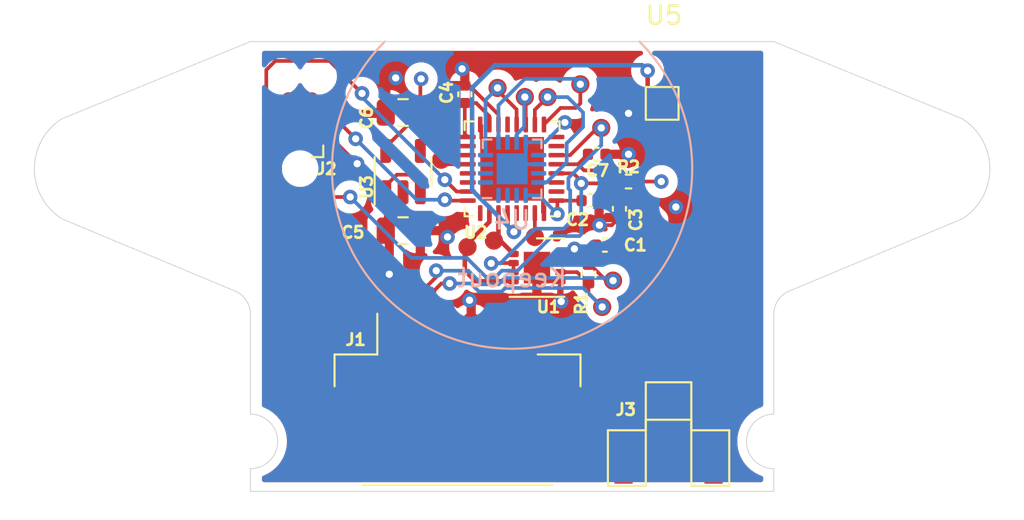
<source format=kicad_pcb>
(kicad_pcb (version 20211014) (generator pcbnew)
  (layers (0 "F.Cu" signal) (1 "In1.Cu" signal) (2 "In2.Cu" signal) (31 "B.Cu" signal) (34 "B.Paste" user) (35 "F.Paste" user) (36 "B.SilkS" user "B.Silkscreen") (37 "F.SilkS" user "F.Silkscreen") (38 "B.Mask" user) (39 "F.Mask" user) (44 "Edge.Cuts" user))
  (net 0 "")
  (net 1 "+5V")
  (net 2 "GNDD")
  (net 3 "+3V3")
  (net 4 "/USART2_RX")
  (net 5 "/USART2_DE")
  (net 6 "/USART2_TX")
  (net 7 "/~{RESET}")
  (net 8 "/RS485_N")
  (net 9 "/RS485_P")
  (net 10 "/BOOT0")
  (net 11 "/USB_DN")
  (net 12 "/USART1_TX")
  (net 13 "/USART1_RX")
  (net 14 "/SPI1_NSS")
  (net 15 "/SPI1_SCK")
  (net 16 "/SPI1_MISO")
  (net 19 "/SPI1_MOSI")
  (net 25 "/SWDIO")
  (net 26 "/SWCLK")
  (net 27 "/USB_DP")
  (net 29 "/I2S3_SD")
  (net 42 "/TEMP")
  (footprint "ODrive_KiCad:TestPoint_Pad_D1.0mm" (layer "F.Cu") (at 123.25 71.75)
    (fp_text reference "TP1" hide)
    (fp_text value "TestPoint")
    (pad "1" smd circle (at 0 0) (size 1 1) (layers "F.Cu" "F.Mask") (net 10 "/BOOT0"))
  )
  (footprint "Resistor_SMD:R_0402_1005Metric" (layer "F.Cu") (at 128.4 68.7 180)
    (fp_text reference "R2" (at 0 0.8 unlocked) (layer "F.SilkS") (effects (font (size 0.635 0.635) (thickness 0.1524))))
    (fp_text value "4.7k")
    (fp_line (start -0.153641 -0.38) (end 0.153641 -0.38) (layer "F.SilkS") (width 0.12))
    (fp_line (start -0.153641 0.38) (end 0.153641 0.38) (layer "F.SilkS") (width 0.12))
    (pad "1" smd roundrect (at -0.51 0 180) (size 0.54 0.64) (layers "F.Cu" "F.Paste" "F.Mask") (net 3 "+3V3"))
    (pad "2" smd roundrect (at 0.51 0 180) (size 0.54 0.64) (layers "F.Cu" "F.Paste" "F.Mask") (net 42 "/TEMP"))
  )
  (footprint "Capacitor_SMD:C_0402_1005Metric" (layer "F.Cu") (at 127.9 70.2 -90)
    (fp_text reference "C3" (at 0.6 -0.9 90 unlocked) (layer "F.SilkS") (effects (font (size 0.635 0.635) (thickness 0.1524))))
    (fp_text value "100nF")
    (fp_line (start -0.107836 -0.36) (end 0.107836 -0.36) (layer "F.SilkS") (width 0.12))
    (fp_line (start -0.107836 0.36) (end 0.107836 0.36) (layer "F.SilkS") (width 0.12))
    (pad "1" smd roundrect (at -0.48 0 270) (size 0.56 0.62) (layers "F.Cu" "F.Paste" "F.Mask") (net 7 "/~{RESET}"))
    (pad "2" smd roundrect (at 0.48 0 270) (size 0.56 0.62) (layers "F.Cu" "F.Paste" "F.Mask") (net 2 "GNDD"))
  )
  (footprint "Package_CSP:LFCSP-8-1EP_3x3mm_P0.5mm_EP1.45x1.74mm" (layer "F.Cu") (at 123.365 73.435)
    (fp_text reference "U1" (at 0.635 2.165 unlocked) (layer "F.SilkS") (effects (font (size 0.635 0.635) (thickness 0.1524))))
    (fp_text value "ADM4852")
    (fp_line (start 0 -1.61) (end 1.5 -1.61) (layer "F.SilkS") (width 0.12))
    (fp_line (start -1.5 1.61) (end 1.5 1.61) (layer "F.SilkS") (width 0.12))
    (pad "1" smd roundrect (at -1.2875 -0.75) (size 0.575 0.35) (layers "F.Cu" "F.Paste" "F.Mask") (net 4 "/USART2_RX"))
    (pad "2" smd roundrect (at -1.2875 -0.25) (size 0.575 0.35) (layers "F.Cu" "F.Paste" "F.Mask") (net 5 "/USART2_DE"))
    (pad "3" smd roundrect (at -1.2875 0.25) (size 0.575 0.35) (layers "F.Cu" "F.Paste" "F.Mask") (net 5 "/USART2_DE"))
    (pad "4" smd roundrect (at -1.2875 0.75) (size 0.575 0.35) (layers "F.Cu" "F.Paste" "F.Mask") (net 6 "/USART2_TX"))
    (pad "5" smd roundrect (at 1.2875 0.75) (size 0.575 0.35) (layers "F.Cu" "F.Paste" "F.Mask") (net 2 "GNDD"))
    (pad "6" smd roundrect (at 1.2875 0.25) (size 0.575 0.35) (layers "F.Cu" "F.Paste" "F.Mask") (net 9 "/RS485_P"))
    (pad "7" smd roundrect (at 1.2875 -0.25) (size 0.575 0.35) (layers "F.Cu" "F.Paste" "F.Mask") (net 8 "/RS485_N"))
    (pad "8" smd roundrect (at 1.2875 -0.75) (size 0.575 0.35) (layers "F.Cu" "F.Paste" "F.Mask") (net 1 "+5V"))
    (pad "PAD" smd rect (at 0 0) (size 1.45 1.74) (layers "F.Cu" "F.Mask") (net 2 "GNDD"))
  )
  (footprint "ODrive_KiCad:TestPoint_Pad_D1.0mm" (layer "F.Cu") (at 121 71.95)
    (fp_text reference "TP6" hide)
    (fp_text value "TestPoint")
    (pad "1" smd circle (at 0 0) (size 1 1) (layers "F.Cu" "F.Mask") (net 4 "/USART2_RX"))
  )
  (footprint "ODrive_KiCad:TestPoint_Pad_D1.0mm" (layer "F.Cu") (at 127.55 74.15)
    (fp_text reference "TP11" hide)
    (fp_text value "TestPoint")
    (pad "1" smd circle (at 0 0) (size 1 1) (layers "F.Cu" "F.Mask") (net 8 "/RS485_N"))
  )
  (footprint "ODrive_KiCad:TestPoint_Pad_D1.0mm" (layer "F.Cu") (at 122.7 64.05)
    (fp_text reference "TP9" hide)
    (fp_text value "TestPoint")
    (pad "1" smd circle (at 0 0) (size 1 1) (layers "F.Cu" "F.Mask") (net 16 "/SPI1_MISO"))
  )
  (footprint "Capacitor_SMD:C_0805_2012Metric" (layer "F.Cu") (at 116.0056 71.4024)
    (fp_text reference "C5" (at -2.7556 0.0976 unlocked) (layer "F.SilkS") (effects (font (size 0.635 0.635) (thickness 0.1524))))
    (fp_text value "22uF")
    (fp_line (start -0.261252 0.735) (end 0.261252 0.735) (layer "F.SilkS") (width 0.12))
    (fp_line (start -0.261252 -0.735) (end 0.261252 -0.735) (layer "F.SilkS") (width 0.12))
    (pad "1" smd roundrect (at -0.95 0) (size 1 1.45) (layers "F.Cu" "F.Paste" "F.Mask") (net 1 "+5V"))
    (pad "2" smd roundrect (at 0.95 0) (size 1 1.45) (layers "F.Cu" "F.Paste" "F.Mask") (net 2 "GNDD"))
  )
  (footprint "MountingHole:MountingHole_3mm" (layer "F.Cu") (at 99 68)
    (fp_text reference "H1" hide)
    (fp_text value "MountingHole")
    (pad "" np_thru_hole circle (at 0 0) (size 3 3) (drill 3) (layers *.Cu *.Mask))
  )
  (footprint "ODrive_KiCad:JST_GH_SM02B" (layer "F.Cu") (at 130.6 80.775)
    (fp_text reference "J3" (at -2.35 0.475 unlocked) (layer "F.SilkS") (effects (font (size 0.635 0.635) (thickness 0.1524))))
    (fp_text value "Thermistor")
    (fp_line (start 1.25 4.67) (end 3.335 4.67) (layer "F.SilkS") (width 0.12))
    (fp_line (start -1.25 4.67) (end -3.335 4.67) (layer "F.SilkS") (width 0.12))
    (fp_line (start -1.25 1.03) (end -1.25 4.67) (layer "F.SilkS") (width 0.12))
    (fp_line (start 3.335 1.61) (end 1.25 1.61) (layer "F.SilkS") (width 0.12))
    (fp_line (start 1.25 1.03) (end 1.25 4.67) (layer "F.SilkS") (width 0.12))
    (fp_line (start -1.25 1.03) (end 1.25 1.03) (layer "F.SilkS") (width 0.12))
    (fp_line (start -3.335 4.67) (end -3.335 1.61) (layer "F.SilkS") (width 0.12))
    (fp_line (start -1.25 1.61) (end -1.25 -1.03) (layer "F.SilkS") (width 0.12))
    (fp_line (start 1.25 1.61) (end 1.25 -1.03) (layer "F.SilkS") (width 0.12))
    (fp_line (start 3.335 4.67) (end 3.335 1.61) (layer "F.SilkS") (width 0.12))
    (fp_line (start -3.335 1.61) (end -1.25 1.61) (layer "F.SilkS") (width 0.12))
    (fp_line (start -1.25 -1.03) (end 1.25 -1.03) (layer "F.SilkS") (width 0.12))
    (pad "1" smd rect (at -0.625 0) (size 0.6 1.7) (layers "F.Cu" "F.Paste" "F.Mask") (net 42 "/TEMP"))
    (pad "2" smd rect (at 0.625 0) (size 0.6 1.7) (layers "F.Cu" "F.Paste" "F.Mask") (net 2 "GNDD"))
    (pad "SH" smd rect (at 2.475 3.2) (size 1 2.7) (layers "F.Cu" "F.Paste" "F.Mask") (net 2 "GNDD"))
    (pad "SH" smd rect (at -2.475 3.2) (size 1 2.7) (layers "F.Cu" "F.Paste" "F.Mask") (net 2 "GNDD"))
  )
  (footprint "ODrive_KiCad:TestPoint_Pad_D1.0mm" (layer "F.Cu") (at 121.2 63.55)
    (fp_text reference "TP10" hide)
    (fp_text value "TestPoint")
    (pad "1" smd circle (at 0 0) (size 1 1) (layers "F.Cu" "F.Mask") (net 19 "/SPI1_MOSI"))
  )
  (footprint "Capacitor_SMD:C_0805_2012Metric" (layer "F.Cu") (at 116.0056 64.9024 180)
    (fp_text reference "C6" (at 2.0056 -0.2976 90 unlocked) (layer "F.SilkS") (effects (font (size 0.635 0.635) (thickness 0.1524))))
    (fp_text value "22uF")
    (fp_line (start -0.261252 0.735) (end 0.261252 0.735) (layer "F.SilkS") (width 0.12))
    (fp_line (start -0.261252 -0.735) (end 0.261252 -0.735) (layer "F.SilkS") (width 0.12))
    (pad "1" smd roundrect (at -0.95 0 180) (size 1 1.45) (layers "F.Cu" "F.Paste" "F.Mask") (net 3 "+3V3"))
    (pad "2" smd roundrect (at 0.95 0 180) (size 1 1.45) (layers "F.Cu" "F.Paste" "F.Mask") (net 2 "GNDD"))
  )
  (footprint "Capacitor_SMD:C_0402_1005Metric" (layer "F.Cu") (at 119.4 63.9 -90)
    (fp_text reference "C4" (at -0.1 1 90 unlocked) (layer "F.SilkS") (effects (font (size 0.635 0.635) (thickness 0.1524))))
    (fp_text value "100nF")
    (fp_line (start -0.107836 -0.36) (end 0.107836 -0.36) (layer "F.SilkS") (width 0.12))
    (fp_line (start -0.107836 0.36) (end 0.107836 0.36) (layer "F.SilkS") (width 0.12))
    (pad "1" smd roundrect (at -0.48 0 270) (size 0.56 0.62) (layers "F.Cu" "F.Paste" "F.Mask") (net 2 "GNDD"))
    (pad "2" smd roundrect (at 0.48 0 270) (size 0.56 0.62) (layers "F.Cu" "F.Paste" "F.Mask") (net 3 "+3V3"))
  )
  (footprint "Package_TO_SOT_SMD:SOT-23-5" (layer "F.Cu") (at 116.0056 68.1524 90)
    (fp_text reference "U3" (at -0.8476 -2.0056 90 unlocked) (layer "F.SilkS") (effects (font (size 0.635 0.635) (thickness 0.1524))))
    (fp_text value "LP5907MFX-3.3")
    (fp_line (start 0 -1.56) (end -1.8 -1.56) (layer "F.SilkS") (width 0.12))
    (fp_line (start 0 1.56) (end -0.8 1.56) (layer "F.SilkS") (width 0.12))
    (fp_line (start 0 -1.56) (end 0.8 -1.56) (layer "F.SilkS") (width 0.12))
    (fp_line (start 0 1.56) (end 0.8 1.56) (layer "F.SilkS") (width 0.12))
    (pad "1" smd roundrect (at -1.1375 -0.95 90) (size 1.325 0.6) (layers "F.Cu" "F.Paste" "F.Mask") (net 1 "+5V"))
    (pad "2" smd roundrect (at -1.1375 0 90) (size 1.325 0.6) (layers "F.Cu" "F.Paste" "F.Mask") (net 2 "GNDD"))
    (pad "3" smd roundrect (at -1.1375 0.95 90) (size 1.325 0.6) (layers "F.Cu" "F.Paste" "F.Mask") (net 1 "+5V"))
    (pad "4" smd roundrect (at 1.1375 0.95 90) (size 1.325 0.6) (layers "F.Cu" "F.Paste" "F.Mask"))
    (pad "5" smd roundrect (at 1.1375 -0.95 90) (size 1.325 0.6) (layers "F.Cu" "F.Paste" "F.Mask") (net 3 "+3V3"))
  )
  (footprint "ODrive_KiCad:TestPoint_Pad_D1.0mm" (layer "F.Cu") (at 125.75 63.35)
    (fp_text reference "TP7" hide)
    (fp_text value "TestPoint")
    (pad "1" smd circle (at 0 0) (size 1 1) (layers "F.Cu" "F.Mask") (net 14 "/SPI1_NSS"))
  )
  (footprint "Resistor_SMD:R_0402_1005Metric" (layer "F.Cu") (at 126.2 73.8 90)
    (fp_text reference "R1" (at -1.6 -0.4 90 unlocked) (layer "F.SilkS") (effects (font (size 0.635 0.635) (thickness 0.1524))))
    (fp_text value "120")
    (fp_line (start -0.153641 -0.38) (end 0.153641 -0.38) (layer "F.SilkS") (width 0.12))
    (fp_line (start -0.153641 0.38) (end 0.153641 0.38) (layer "F.SilkS") (width 0.12))
    (pad "1" smd roundrect (at -0.51 0 90) (size 0.54 0.64) (layers "F.Cu" "F.Paste" "F.Mask") (net 9 "/RS485_P"))
    (pad "2" smd roundrect (at 0.51 0 90) (size 0.54 0.64) (layers "F.Cu" "F.Paste" "F.Mask") (net 8 "/RS485_N"))
  )
  (footprint "Connector:Tag-Connect_TC2030-IDC-NL_2x03_P1.27mm_Vertical" (layer "F.Cu") (at 110.35 65.45 90)
    (fp_text reference "J2" (at -2.55 1.45 unlocked) (layer "F.SilkS") (effects (font (size 0.635 0.635) (thickness 0.1524))))
    (fp_text value "Debug")
    (fp_line (start -1.905 1.27) (end -1.905 0.635) (layer "F.SilkS") (width 0.12))
    (fp_line (start -1.27 1.27) (end -1.905 1.27) (layer "F.SilkS") (width 0.12))
    (pad "" np_thru_hole circle (at 2.54 1.016 90) (size 0.9906 0.9906) (drill 0.9906) (layers *.Cu *.Mask))
    (pad "" np_thru_hole circle (at -2.54 0 90) (size 0.9906 0.9906) (drill 0.9906) (layers *.Cu *.Mask))
    (pad "" np_thru_hole circle (at 2.54 -1.016 90) (size 0.9906 0.9906) (drill 0.9906) (layers *.Cu *.Mask))
    (pad "1" connect circle (at -1.27 0.635 90) (size 0.7874 0.7874) (layers "F.Cu" "F.Mask") (net 1 "+5V"))
    (pad "2" connect circle (at -1.27 -0.635 90) (size 0.7874 0.7874) (layers "F.Cu" "F.Mask") (net 7 "/~{RESET}"))
    (pad "3" connect circle (at 0 0.635 90) (size 0.7874 0.7874) (layers "F.Cu" "F.Mask") (net 26 "/SWCLK"))
    (pad "4" connect circle (at 0 -0.635 90) (size 0.7874 0.7874) (layers "F.Cu" "F.Mask") (net 25 "/SWDIO"))
    (pad "5" connect circle (at 1.27 0.635 90) (size 0.7874 0.7874) (layers "F.Cu" "F.Mask") (net 2 "GNDD"))
    (pad "6" connect circle (at 1.27 -0.635 90) (size 0.7874 0.7874) (layers "F.Cu" "F.Mask") (net 2 "GNDD"))
    (zone (net 0) (net_name "") (layer "F.Cu") (connect_pads (clearance 0)) (min_thickness 0.254)
      (keepout (tracks allowed) (vias not_allowed) (pads allowed) (copperpour not_allowed) (footprints not_allowed))
      (fill (thermal_gap 0.508) (thermal_bridge_width 0.508))
      (polygon (pts (xy 109.715 64.18) (xy 109.715 66.72) (xy 110.985 66.72) (xy 110.985 64.18)))
    )
  )
  (footprint "ODrive_KiCad:TestPoint_Pad_D1.0mm" (layer "F.Cu") (at 119.55 72.3)
    (fp_text reference "TP5" hide)
    (fp_text value "TestPoint")
    (pad "1" smd circle (at 0 0) (size 1 1) (layers "F.Cu" "F.Mask") (net 6 "/USART2_TX"))
  )
  (footprint "Capacitor_SMD:C_0402_1005Metric" (layer "F.Cu") (at 126.3 69.75 180)
    (fp_text reference "C2" (at 0.7 -1.05 unlocked) (layer "F.SilkS") (effects (font (size 0.635 0.635) (thickness 0.1524))))
    (fp_text value "100nF")
    (fp_line (start -0.107836 0.36) (end 0.107836 0.36) (layer "F.SilkS") (width 0.12))
    (fp_line (start -0.107836 -0.36) (end 0.107836 -0.36) (layer "F.SilkS") (width 0.12))
    (pad "1" smd roundrect (at -0.48 0 180) (size 0.56 0.62) (layers "F.Cu" "F.Paste" "F.Mask") (net 2 "GNDD"))
    (pad "2" smd roundrect (at 0.48 0 180) (size 0.56 0.62) (layers "F.Cu" "F.Paste" "F.Mask") (net 3 "+3V3"))
  )
  (footprint "Connector_Molex:Molex_CLIK-Mate_502585-0670_1x06-1MP_P1.50mm_Horizontal" (layer "F.Cu") (at 119 80)
    (fp_text reference "J1" (at -5.6 -2.6 unlocked) (layer "F.SilkS") (effects (font (size 0.635 0.635) (thickness 0.1524))))
    (fp_text value "Main")
    (fp_line (start -5.19 5.385) (end 5.19 5.385) (layer "F.SilkS") (width 0.12))
    (fp_line (start 6.76 -0.035) (end 6.76 -1.785) (layer "F.SilkS") (width 0.12))
    (fp_line (start -6.76 -0.035) (end -6.76 -1.785) (layer "F.SilkS") (width 0.12))
    (fp_line (start 6.76 -1.785) (end 4.41 -1.785) (layer "F.SilkS") (width 0.12))
    (fp_line (start -4.41 -1.785) (end -4.41 -4.025) (layer "F.SilkS") (width 0.12))
    (fp_line (start -6.76 -1.785) (end -4.41 -1.785) (layer "F.SilkS") (width 0.12))
    (pad "1" smd roundrect (at -3.75 -2.575) (size 0.8 2.9) (layers "F.Cu" "F.Paste" "F.Mask") (net 1 "+5V"))
    (pad "2" smd roundrect (at -2.25 -2.575) (size 0.8 2.9) (layers "F.Cu" "F.Paste" "F.Mask") (net 8 "/RS485_N"))
    (pad "3" smd roundrect (at -0.75 -2.575) (size 0.8 2.9) (layers "F.Cu" "F.Paste" "F.Mask") (net 9 "/RS485_P"))
    (pad "4" smd roundrect (at 0.75 -2.575) (size 0.8 2.9) (layers "F.Cu" "F.Paste" "F.Mask") (net 2 "GNDD"))
    (pad "5" smd roundrect (at 2.25 -2.575) (size 0.8 2.9) (layers "F.Cu" "F.Paste" "F.Mask"))
    (pad "6" smd roundrect (at 3.75 -2.575) (size 0.8 2.9) (layers "F.Cu" "F.Paste" "F.Mask"))
    (pad "SH" smd roundrect (at -6.35 2.125) (size 1.8 3.8) (layers "F.Cu" "F.Paste" "F.Mask") (roundrect_rratio 0.138889) (net 2 "GNDD"))
    (pad "SH" smd roundrect (at 6.35 2.125) (size 1.8 3.8) (layers "F.Cu" "F.Paste" "F.Mask") (roundrect_rratio 0.138889) (net 2 "GNDD"))
  )
  (footprint "ODrive_KiCad:TestPoint_Pad_D1.0mm" (layer "F.Cu") (at 118.1 67.5)
    (fp_text reference "TP3" hide)
    (fp_text value "TestPoint")
    (pad "1" smd circle (at 0 0) (size 1 1) (layers "F.Cu" "F.Mask") (net 13 "/USART1_RX"))
  )
  (footprint "ODrive_KiCad:TestPoint_Pad_D1.0mm" (layer "F.Cu") (at 118.25 66.1)
    (fp_text reference "TP2" hide)
    (fp_text value "TestPoint")
    (pad "1" smd circle (at 0 0) (size 1 1) (layers "F.Cu" "F.Mask") (net 12 "/USART1_TX"))
  )
  (footprint "Capacitor_SMD:C_0402_1005Metric" (layer "F.Cu") (at 126.65 67.2)
    (fp_text reference "C7" (at 0.05 0.9 unlocked) (layer "F.SilkS") (effects (font (size 0.635 0.635) (thickness 0.1524))))
    (fp_text value "2.2uF")
    (fp_line (start -0.107836 0.36) (end 0.107836 0.36) (layer "F.SilkS") (width 0.12))
    (fp_line (start -0.107836 -0.36) (end 0.107836 -0.36) (layer "F.SilkS") (width 0.12))
    (pad "1" smd roundrect (at -0.48 0) (size 0.56 0.62) (layers "F.Cu" "F.Paste" "F.Mask") (net 42 "/TEMP"))
    (pad "2" smd roundrect (at 0.48 0) (size 0.56 0.62) (layers "F.Cu" "F.Paste" "F.Mask") (net 2 "GNDD"))
  )
  (footprint "ODrive_KiCad:TestPoint_Pad_D1.0mm" (layer "F.Cu") (at 126.95 75.6)
    (fp_text reference "TP12" hide)
    (fp_text value "TestPoint")
    (pad "1" smd circle (at 0 0) (size 1 1) (layers "F.Cu" "F.Mask") (net 9 "/RS485_P"))
  )
  (footprint "Capacitor_SMD:C_0402_1005Metric" (layer "F.Cu") (at 127.1 72.2 180)
    (fp_text reference "C1" (at -1.675 0 unlocked) (layer "F.SilkS") (effects (font (size 0.635 0.635) (thickness 0.1524))))
    (fp_text value "100nF")
    (fp_line (start -0.107836 0.36) (end 0.107836 0.36) (layer "F.SilkS") (width 0.12))
    (fp_line (start -0.107836 -0.36) (end 0.107836 -0.36) (layer "F.SilkS") (width 0.12))
    (pad "1" smd roundrect (at -0.48 0 180) (size 0.56 0.62) (layers "F.Cu" "F.Paste" "F.Mask") (net 2 "GNDD"))
    (pad "2" smd roundrect (at 0.48 0 180) (size 0.56 0.62) (layers "F.Cu" "F.Paste" "F.Mask") (net 1 "+5V"))
  )
  (footprint "ODrive_KiCad:TestPoint_Pad_D1.0mm" (layer "F.Cu") (at 123.95 64.05)
    (fp_text reference "TP8" hide)
    (fp_text value "TestPoint")
    (pad "1" smd circle (at 0 0) (size 1 1) (layers "F.Cu" "F.Mask") (net 15 "/SPI1_SCK"))
  )
  (footprint "ODrive_KiCad:TestPoint_Pad_D1.0mm" (layer "F.Cu") (at 126.9 65.75)
    (fp_text reference "TP4" hide)
    (fp_text value "TestPoint")
    (pad "1" smd circle (at 0 0) (size 1 1) (layers "F.Cu" "F.Mask") (net 5 "/USART2_DE"))
  )
  (footprint "ODrive_KiCad:LTST" (layer "F.Cu") (at 130.25 64.4)
    (fp_text reference "U5" (at 0.1 -4.84 unlocked) (layer "F.SilkS"))
    (fp_text value "LTST-E263CEGBK")
    (fp_rect (start -0.9 -0.9) (end 0.9 0.9) (layer "F.SilkS") (width 0.12) (fill none))
    (pad "1" smd rect (at -0.52 0.52) (size 0.6 0.6) (layers "F.Cu" "F.Paste" "F.Mask") (net 1 "+5V"))
    (pad "2" smd rect (at -0.52 -0.52) (size 0.6 0.6) (layers "F.Cu" "F.Paste" "F.Mask") (net 29 "/I2S3_SD"))
    (pad "3" smd rect (at 0.52 -0.52) (size 0.6 0.6) (layers "F.Cu" "F.Paste" "F.Mask"))
    (pad "4" smd rect (at 0.52 0.52) (size 0.6 0.6) (layers "F.Cu" "F.Paste" "F.Mask") (net 2 "GNDD"))
  )
  (footprint "MountingHole:MountingHole_3mm" (layer "F.Cu") (at 145 68)
    (fp_text reference "H2" hide)
    (fp_text value "MountingHole")
    (pad "" np_thru_hole circle (at 0 0) (size 3 3) (drill 3) (layers *.Cu *.Mask))
  )
  (footprint "Package_DFN_QFN:UFQFPN-32-1EP_5x5mm_P0.5mm_EP3.5x3.5mm" (layer "F.Cu") (at 122 68 180)
    (fp_text reference "U2" (at 2 -3.5 unlocked) (layer "F.SilkS") (effects (font (size 0.635 0.635) (thickness 0.1524))))
    (fp_text value "STM32G4A1KEU4")
    (fp_line (start 2.135 2.61) (end 2.61 2.61) (layer "F.SilkS") (width 0.12))
    (fp_line (start 2.135 -2.61) (end 2.61 -2.61) (layer "F.SilkS") (width 0.12))
    (fp_line (start -2.61 2.61) (end -2.61 2.135) (layer "F.SilkS") (width 0.12))
    (fp_line (start 2.61 -2.61) (end 2.61 -2.135) (layer "F.SilkS") (width 0.12))
    (fp_line (start -2.135 -2.61) (end -2.61 -2.61) (layer "F.SilkS") (width 0.12))
    (fp_line (start -2.135 2.61) (end -2.61 2.61) (layer "F.SilkS") (width 0.12))
    (fp_line (start 2.61 2.61) (end 2.61 2.135) (layer "F.SilkS") (width 0.12))
    (pad "1" smd roundrect (at -2.4375 -1.75 180) (size 0.875 0.25) (layers "F.Cu" "F.Paste" "F.Mask") (net 3 "+3V3"))
    (pad "2" smd roundrect (at -2.4375 -1.25 180) (size 0.875 0.25) (layers "F.Cu" "F.Paste" "F.Mask"))
    (pad "3" smd roundrect (at -2.4375 -0.75 180) (size 0.875 0.25) (layers "F.Cu" "F.Paste" "F.Mask"))
    (pad "4" smd roundrect (at -2.4375 -0.25 180) (size 0.875 0.25) (layers "F.Cu" "F.Paste" "F.Mask") (net 7 "/~{RESET}"))
    (pad "5" smd roundrect (at -2.4375 0.25 180) (size 0.875 0.25) (layers "F.Cu" "F.Paste" "F.Mask") (net 42 "/TEMP"))
    (pad "6" smd roundrect (at -2.4375 0.75 180) (size 0.875 0.25) (layers "F.Cu" "F.Paste" "F.Mask") (net 5 "/USART2_DE"))
    (pad "7" smd roundrect (at -2.4375 1.25 180) (size 0.875 0.25) (layers "F.Cu" "F.Paste" "F.Mask"))
    (pad "8" smd roundrect (at -2.4375 1.75 180) (size 0.875 0.25) (layers "F.Cu" "F.Paste" "F.Mask"))
    (pad "9" smd roundrect (at -1.75 2.4375 180) (size 0.25 0.875) (layers "F.Cu" "F.Paste" "F.Mask") (net 14 "/SPI1_NSS"))
    (pad "10" smd roundrect (at -1.25 2.4375 180) (size 0.25 0.875) (layers "F.Cu" "F.Paste" "F.Mask") (net 15 "/SPI1_SCK"))
    (pad "11" smd roundrect (at -0.75 2.4375 180) (size 0.25 0.875) (layers "F.Cu" "F.Paste" "F.Mask") (net 16 "/SPI1_MISO"))
    (pad "12" smd roundrect (at -0.25 2.4375 180) (size 0.25 0.875) (layers "F.Cu" "F.Paste" "F.Mask") (net 19 "/SPI1_MOSI"))
    (pad "13" smd roundrect (at 0.25 2.4375 180) (size 0.25 0.875) (layers "F.Cu" "F.Paste" "F.Mask"))
    (pad "14" smd roundrect (at 0.75 2.4375 180) (size 0.25 0.875) (layers "F.Cu" "F.Paste" "F.Mask") (net 2 "GNDD"))
    (pad "15" smd roundrect (at 1.25 2.4375 180) (size 0.25 0.875) (layers "F.Cu" "F.Paste" "F.Mask") (net 3 "+3V3"))
    (pad "16" smd roundrect (at 1.75 2.4375 180) (size 0.25 0.875) (layers "F.Cu" "F.Paste" "F.Mask") (net 2 "GNDD"))
    (pad "17" smd roundrect (at 2.4375 1.75 180) (size 0.875 0.25) (layers "F.Cu" "F.Paste" "F.Mask") (net 3 "+3V3"))
    (pad "18" smd roundrect (at 2.4375 1.25 180) (size 0.875 0.25) (layers "F.Cu" "F.Paste" "F.Mask"))
    (pad "19" smd roundrect (at 2.4375 0.75 180) (size 0.875 0.25) (layers "F.Cu" "F.Paste" "F.Mask") (net 12 "/USART1_TX"))
    (pad "20" smd roundrect (at 2.4375 0.25 180) (size 0.875 0.25) (layers "F.Cu" "F.Paste" "F.Mask") (net 13 "/USART1_RX"))
    (pad "21" smd roundrect (at 2.4375 -0.25 180) (size 0.875 0.25) (layers "F.Cu" "F.Paste" "F.Mask") (net 11 "/USB_DN"))
    (pad "22" smd roundrect (at 2.4375 -0.75 180) (size 0.875 0.25) (layers "F.Cu" "F.Paste" "F.Mask") (net 27 "/USB_DP"))
    (pad "23" smd roundrect (at 2.4375 -1.25 180) (size 0.875 0.25) (layers "F.Cu" "F.Paste" "F.Mask") (net 25 "/SWDIO"))
    (pad "24" smd roundrect (at 2.4375 -1.75 180) (size 0.875 0.25) (layers "F.Cu" "F.Paste" "F.Mask") (net 26 "/SWCLK"))
    (pad "25" smd roundrect (at 1.75 -2.4375 180) (size 0.25 0.875) (layers "F.Cu" "F.Paste" "F.Mask"))
    (pad "26" smd roundrect (at 1.25 -2.4375 180) (size 0.25 0.875) (layers "F.Cu" "F.Paste" "F.Mask") (net 6 "/USART2_TX"))
    (pad "27" smd roundrect (at 0.75 -2.4375 180) (size 0.25 0.875) (layers "F.Cu" "F.Paste" "F.Mask") (net 4 "/USART2_RX"))
    (pad "28" smd roundrect (at 0.25 -2.4375 180) (size 0.25 0.875) (layers "F.Cu" "F.Paste" "F.Mask") (net 29 "/I2S3_SD"))
    (pad "29" smd roundrect (at -0.25 -2.4375 180) (size 0.25 0.875) (layers "F.Cu" "F.Paste" "F.Mask"))
    (pad "30" smd roundrect (at -0.75 -2.4375 180) (size 0.25 0.875) (layers "F.Cu" "F.Paste" "F.Mask"))
    (pad "31" smd roundrect (at -1.25 -2.4375 180) (size 0.25 0.875) (layers "F.Cu" "F.Paste" "F.Mask") (net 10 "/BOOT0"))
    (pad "32" smd roundrect (at -1.75 -2.4375 180) (size 0.25 0.875) (layers "F.Cu" "F.Paste" "F.Mask") (net 2 "GNDD"))
    (pad "33" smd rect (at 0 0 180) (size 3.5 3.5) (layers "F.Cu" "F.Mask") (net 2 "GNDD"))
  )
  (footprint "Package_DFN_QFN:QFN-16-1EP_3x3mm_P0.5mm_EP1.7x1.7mm" (layer "B.Cu") (at 122 68)
    (fp_text reference "U4" (at 0 2.82) (layer "B.SilkS") (effects (justify mirror)))
    (fp_text value "MA730")
    (fp_line (start 1.135 1.61) (end 1.61 1.61) (layer "B.SilkS") (width 0.12))
    (fp_line (start -1.135 -1.61) (end -1.61 -1.61) (layer "B.SilkS") (width 0.12))
    (fp_line (start -1.61 -1.61) (end -1.61 -1.135) (layer "B.SilkS") (width 0.12))
    (fp_line (start -1.135 1.61) (end -1.61 1.61) (layer "B.SilkS") (width 0.12))
    (fp_line (start 1.135 -1.61) (end 1.61 -1.61) (layer "B.SilkS") (width 0.12))
    (fp_line (start 1.61 -1.61) (end 1.61 -1.135) (layer "B.SilkS") (width 0.12))
    (fp_line (start 1.61 1.61) (end 1.61 1.135) (layer "B.SilkS") (width 0.12))
    (pad "1" smd roundrect (at -1.4625 0.75) (size 0.825 0.25) (layers "B.Cu" "B.Paste" "B.Mask"))
    (pad "2" smd roundrect (at -1.4625 0.25) (size 0.825 0.25) (layers "B.Cu" "B.Paste" "B.Mask"))
    (pad "3" smd roundrect (at -1.4625 -0.25) (size 0.825 0.25) (layers "B.Cu" "B.Paste" "B.Mask"))
    (pad "4" smd roundrect (at -1.4625 -0.75) (size 0.825 0.25) (layers "B.Cu" "B.Paste" "B.Mask") (net 19 "/SPI1_MOSI"))
    (pad "5" smd roundrect (at -0.75 -1.4625) (size 0.25 0.825) (layers "B.Cu" "B.Paste" "B.Mask") (net 14 "/SPI1_NSS"))
    (pad "6" smd roundrect (at -0.25 -1.4625) (size 0.25 0.825) (layers "B.Cu" "B.Paste" "B.Mask"))
    (pad "7" smd roundrect (at 0.25 -1.4625) (size 0.25 0.825) (layers "B.Cu" "B.Paste" "B.Mask") (net 16 "/SPI1_MISO"))
    (pad "8" smd roundrect (at 0.75 -1.4625) (size 0.25 0.825) (layers "B.Cu" "B.Paste" "B.Mask") (net 2 "GNDD"))
    (pad "9" smd roundrect (at 1.4625 -0.75) (size 0.825 0.25) (layers "B.Cu" "B.Paste" "B.Mask"))
    (pad "10" smd roundrect (at 1.4625 -0.25) (size 0.825 0.25) (layers "B.Cu" "B.Paste" "B.Mask") (net 2 "GNDD"))
    (pad "11" smd roundrect (at 1.4625 0.25) (size 0.825 0.25) (layers "B.Cu" "B.Paste" "B.Mask"))
    (pad "12" smd roundrect (at 1.4625 0.75) (size 0.825 0.25) (layers "B.Cu" "B.Paste" "B.Mask") (net 15 "/SPI1_SCK"))
    (pad "13" smd roundrect (at 0.75 1.4625) (size 0.25 0.825) (layers "B.Cu" "B.Paste" "B.Mask") (net 3 "+3V3"))
    (pad "14" smd roundrect (at 0.25 1.4625) (size 0.25 0.825) (layers "B.Cu" "B.Paste" "B.Mask"))
    (pad "15" smd roundrect (at -0.25 1.4625) (size 0.25 0.825) (layers "B.Cu" "B.Paste" "B.Mask"))
    (pad "16" smd roundrect (at -0.75 1.4625) (size 0.25 0.825) (layers "B.Cu" "B.Paste" "B.Mask"))
    (pad "17" smd rect locked (at 0 0) (size 1.7 1.7) (layers "B.Cu" "B.Mask") (net 2 "GNDD"))
  )
  (gr_arc (start 129 61) (mid 122 77.899495) (end 115 61) (layer "B.SilkS") (width 0.12))
  (gr_line (start 136.385 85.75) (end 136.385 84.5) (layer "Edge.Cuts") (width 0.05))
  (gr_line (start 136.385 81.5) (end 136.385 76) (layer "Edge.Cuts") (width 0.05))
  (gr_line (start 136.385 61) (end 132 61) (layer "Edge.Cuts") (width 0.05))
  (gr_line (start 97.25 65.25) (end 107.615 61) (layer "Edge.Cuts") (width 0.05))
  (gr_line (start 107.615 76) (end 107.615 81.5) (layer "Edge.Cuts") (width 0.05))
  (gr_line (start 112 61) (end 132 61) (layer "Edge.Cuts") (width 0.05))
  (gr_arc (start 107.615 81.5) (mid 109.115 83) (end 107.615 84.5) (layer "Edge.Cuts") (width 0.05))
  (gr_arc (start 136.385 84.5) (mid 134.885 83) (end 136.385 81.5) (layer "Edge.Cuts") (width 0.05))
  (gr_arc (start 136.385 76) (mid 136.601903 75.25584) (end 137.184674 74.744764) (layer "Edge.Cuts") (width 0.05))
  (gr_arc (start 106.815326 74.744764) (mid 107.398097 75.25584) (end 107.615 76) (layer "Edge.Cuts") (width 0.05))
  (gr_arc (start 146.75 65.25) (mid 148.259601 68) (end 146.75 70.75) (layer "Edge.Cuts") (width 0.05))
  (gr_line (start 107.615 85.75) (end 136.385 85.75) (layer "Edge.Cuts") (width 0.05))
  (gr_line (start 107.615 84.5) (end 107.615 85.75) (layer "Edge.Cuts") (width 0.05))
  (gr_line (start 107.615 61) (end 112 61) (layer "Edge.Cuts") (width 0.05))
  (gr_line (start 137.184674 74.744764) (end 146.75 70.75) (layer "Edge.Cuts") (width 0.05))
  (gr_line (start 97.25 70.75) (end 106.815326 74.744764) (layer "Edge.Cuts") (width 0.05))
  (gr_arc (start 97.25 70.75) (mid 95.740399 68) (end 97.25 65.25) (layer "Edge.Cuts") (width 0.05))
  (gr_line (start 136.385 61) (end 146.75 65.25) (layer "Edge.Cuts") (width 0.05))
  (gr_text "Keepout" (at 122 74) (layer "B.SilkS") (effects (font (size 1 1)) (justify mirror)))
  (segment (start 116.343785 68.32308) (end 115.667415 68.32308) (width 0.2032) (layer "F.Cu") (net 1))
  (segment (start 116.9556 69.2899) (end 116.9556 68.934895) (width 0.2032) (layer "F.Cu") (net 1))
  (segment (start 125.425 72.4043) (end 126.4157 72.4043) (width 0.2032) (layer "F.Cu") (net 1))
  (segment (start 115.0556 68.934895) (end 115.0556 69.2899) (width 0.2032) (layer "F.Cu") (net 1))
  (segment (start 115.0556 69.2899) (end 113.48285 67.71715) (width 0.2032) (layer "F.Cu") (net 1))
  (segment (start 116.9556 68.934895) (end 116.343785 68.32308) (width 0.2032) (layer "F.Cu") (net 1))
  (segment (start 126.4157 72.4043) (end 126.62 72.2) (width 0.2032) (layer "F.Cu") (net 1))
  (segment (start 112.4857 66.72) (end 113.48285 67.71715) (width 0.2032) (layer "F.Cu") (net 1))
  (segment (start 128.43 64.92) (end 128.4 64.95) (width 0.25) (layer "F.Cu") (net 1))
  (segment (start 110.985 66.72) (end 112.4857 66.72) (width 0.2032) (layer "F.Cu") (net 1))
  (segment (start 115.25 77.3028) (end 115.25 71.5968) (width 0.5) (layer "F.Cu") (net 1))
  (segment (start 125.1443 72.685) (end 125.425 72.4043) (width 0.2032) (layer "F.Cu") (net 1))
  (segment (start 115.0556 69.2899) (end 115.0556 71.4024) (width 0.2032) (layer "F.Cu") (net 1))
  (segment (start 115.667415 68.32308) (end 115.0556 68.934895) (width 0.2032) (layer "F.Cu") (net 1))
  (segment (start 124.6525 72.685) (end 125.1443 72.685) (width 0.2032) (layer "F.Cu") (net 1))
  (segment (start 115.25 71.5968) (end 115.0556 71.4024) (width 0.5) (layer "F.Cu") (net 1))
  (segment (start 129.73 64.92) (end 128.43 64.92) (width 0.25) (layer "F.Cu") (net 1))
  (via (at 125.425 72.4043) (size 0.8) (drill 0.4) (layers "F.Cu" "B.Cu") (net 1))
  (via (at 115.25 73.8) (size 0.8) (drill 0.4) (layers "F.Cu" "B.Cu") (net 1))
  (via (at 113.48285 67.71715) (size 0.8) (drill 0.4) (layers "F.Cu" "B.Cu") (net 1))
  (via (at 128.4 64.95) (size 0.8) (drill 0.4) (layers "F.Cu" "B.Cu") (net 1))
  (segment (start 128.4043 72.4043) (end 129.85 73.85) (width 0.5) (layer "B.Cu") (net 1))
  (segment (start 125.425 72.4043) (end 128.4043 72.4043) (width 0.5) (layer "B.Cu") (net 1))
  (segment (start 119.1 77.65) (end 115.25 73.8) (width 0.5) (layer "B.Cu") (net 1))
  (segment (start 128.05 77.65) (end 119.1 77.65) (width 0.5) (layer "B.Cu") (net 1))
  (segment (start 129.85 73.85) (end 129.85 75.85) (width 0.5) (layer "B.Cu") (net 1))
  (segment (start 129.85 75.85) (end 128.05 77.65) (width 0.5) (layer "B.Cu") (net 1))
  (segment (start 124.115 74.185) (end 123.365 73.435) (width 0.2032) (layer "F.Cu") (net 2))
  (segment (start 112.28 64.18) (end 113.2 65.1) (width 0.2032) (layer "F.Cu") (net 2))
  (segment (start 109.715 64.18) (end 110.985 64.18) (width 0.2032) (layer "F.Cu") (net 2))
  (segment (start 130.77 64.92) (end 130.77 65.47) (width 0.25) (layer "F.Cu") (net 2))
  (segment (start 126.78 70.704562) (end 126.78 69.75) (width 0.2032) (layer "F.Cu") (net 2))
  (segment (start 121.25 65.016378) (end 119.653622 63.42) (width 0.2032) (layer "F.Cu") (net 2))
  (segment (start 131.225 70.325) (end 131 70.1) (width 0.2032) (layer "F.Cu") (net 2))
  (segment (start 121.25 65.5625) (end 121.25 65.016378) (width 0.2032) (layer "F.Cu") (net 2))
  (segment (start 120.30432 66.30432) (end 122 68) (width 0.2032) (layer "F.Cu") (net 2))
  (segment (start 110.985 64.18) (end 112.28 64.18) (width 0.2032) (layer "F.Cu") (net 2))
  (segment (start 119.75 77.3028) (end 119.75 75.322053) (width 0.2032) (layer "F.Cu") (net 2))
  (segment (start 123.69568 69.69568) (end 122 68) (width 0.2032) (layer "F.Cu") (net 2))
  (segment (start 123.69568 70.38318) (end 123.69568 69.69568) (width 0.2032) (layer "F.Cu") (net 2))
  (segment (start 115.0556 63.5444) (end 115.6 63) (width 0.2032) (layer "F.Cu") (net 2))
  (segment (start 127.716032 70.68) (end 127.9 70.68) (width 0.2032) (layer "F.Cu") (net 2))
  (segment (start 126.8 71.1) (end 127.48 71.1) (width 0.2032) (layer "F.Cu") (net 2))
  (segment (start 121.25 65.5625) (end 121.25 67.25) (width 0.2032) (layer "F.Cu") (net 2))
  (segment (start 114.858 65.1) (end 115.0556 64.9024) (width 0.2032) (layer "F.Cu") (net 2))
  (segment (start 131.225 80.775) (end 131.225 70.325) (width 0.2032) (layer "F.Cu") (net 2))
  (segment (start 133.075 83.975) (end 131.225 82.125) (width 0.2032) (layer "F.Cu") (net 2))
  (segment (start 131.225 82.125) (end 131.225 80.775) (width 0.2032) (layer "F.Cu") (net 2))
  (segment (start 127.13 67.2) (end 128.4 67.2) (width 0.2032) (layer "F.Cu") (net 2))
  (segment (start 116.0056 70.4524) (end 116.0056 69.2899) (width 0.2032) (layer "F.Cu") (net 2))
  (segment (start 131.225 81.5782) (end 131.225 80.775) (width 0.2032) (layer "F.Cu") (net 2))
  (segment (start 119.75 75.322053) (end 119.657368 75.229421) (width 0.2032) (layer "F.Cu") (net 2))
  (segment (start 129.04 67.2) (end 128.4 67.2) (width 0.25) (layer "F.Cu") (net 2))
  (segment (start 116.9556 71.4024) (end 116.0056 70.4524) (width 0.2032) (layer "F.Cu") (net 2))
  (segment (start 119.4 62.65) (end 119.25 62.5) (width 0.2032) (layer "F.Cu") (net 2))
  (segment (start 124.6525 75.2525) (end 124.7 75.3) (width 0.2032) (layer "F.Cu") (net 2))
  (segment (start 121.25 67.25) (end 122 68) (width 0.2032) (layer "F.Cu") (net 2))
  (segment (start 120.30432 65.61682) (end 120.30432 66.30432) (width 0.2032) (layer "F.Cu") (net 2))
  (segment (start 127.48 71.1) (end 127.9 70.68) (width 0.2032) (layer "F.Cu") (net 2))
  (segment (start 119.653622 63.42) (end 119.4 63.42) (width 0.2032) (layer "F.Cu") (net 2))
  (segment (start 119.4 63.42) (end 119.4 62.65) (width 0.2032) (layer "F.Cu") (net 2))
  (segment (start 130.77 65.47) (end 129.04 67.2) (width 0.25) (layer "F.Cu") (net 2))
  (segment (start 116.9556 71.4024) (end 118.1024 71.4024) (width 0.2032) (layer "F.Cu") (net 2))
  (segment (start 128.125 83.975) (end 128.8282 83.975) (width 0.2032) (layer "F.Cu") (net 2))
  (segment (start 115.0556 64.9024) (end 115.0556 63.5444) (width 0.2032) (layer "F.Cu") (net 2))
  (segment (start 124.6525 74.185) (end 124.115 74.185) (width 0.2032) (layer "F.Cu") (net 2))
  (segment (start 126.8 71.1) (end 126.78 70.704562) (width 0.2032) (layer "F.Cu") (net 2))
  (segment (start 124.6525 74.185) (end 124.6525 75.2525) (width 0.2032) (layer "F.Cu") (net 2))
  (segment (start 120.25 65.5625) (end 120.30432 65.61682) (width 0.2032) (layer "F.Cu") (net 2))
  (segment (start 113.2 65.1) (end 114.858 65.1) (width 0.2032) (layer "F.Cu") (net 2))
  (segment (start 118.1024 71.4024) (end 118.45 71.75) (width 0.2032) (layer "F.Cu") (net 2))
  (segment (start 123.75 70.4375) (end 123.69568 70.38318) (width 0.2032) (layer "F.Cu") (net 2))
  (segment (start 128.8282 83.975) (end 131.225 81.5782) (width 0.2032) (layer "F.Cu") (net 2))
  (via (at 124.7 75.3) (size 0.8) (drill 0.4) (layers "F.Cu" "B.Cu") (net 2))
  (via (at 131 70.1) (size 0.8) (drill 0.4) (layers "F.Cu" "B.Cu") (net 2))
  (via (at 126.8 71.1) (size 0.8) (drill 0.4) (layers "F.Cu" "B.Cu") (net 2))
  (via (at 128.4 67.2) (size 0.8) (drill 0.4) (layers "F.Cu" "B.Cu") (net 2))
  (via (at 115.6 63) (size 0.8) (drill 0.4) (layers "F.Cu" "B.Cu") (net 2))
  (via (at 119.657368 75.229421) (size 0.8) (drill 0.4) (layers "F.Cu" "B.Cu") (net 2))
  (via (at 118.45 71.75) (size 0.8) (drill 0.4) (layers "F.Cu" "B.Cu") (net 2))
  (via (at 119.25 62.5) (size 0.8) (drill 0.4) (layers "F.Cu" "B.Cu") (net 2))
  (via (at 124.9 65.45) (size 0.8) (drill 0.4) (layers "F.Cu" "B.Cu") (net 2))
  (segment (start 122.74568 66.54182) (end 122.74568 67.25432) (width 0.2032) (layer "B.Cu") (net 2))
  (segment (start 122.75 66.5375) (end 123.8125 66.5375) (width 0.2032) (layer "B.Cu") (net 2))
  (segment (start 123.4625 67.75) (end 122.25 67.75) (width 0.2032) (layer "B.Cu") (net 2))
  (segment (start 122.74568 67.25432) (end 122 68) (width 0.2032) (layer "B.Cu") (net 2))
  (segment (start 122.75 66.5375) (end 122.74568 66.54182) (width 0.2032) (layer "B.Cu") (net 2))
  (segment (start 123.8125 66.5375) (end 124.9 65.45) (width 0.2032) (layer "B.Cu") (net 2))
  (segment (start 122.25 67.75) (end 122 68) (width 0.2032) (layer "B.Cu") (net 2))
  (segment (start 124.488699 69.801199) (end 124.488699 70.48979) (width 0.2032) (layer "F.Cu") (net 3))
  (segment (start 120.75 65.106239) (end 120.023761 64.38) (width 0.2032) (layer "F.Cu") (net 3))
  (segment (start 119.4 64.33) (end 119.4 66.0875) (width 0.2032) (layer "F.Cu") (net 3))
  (segment (start 120.023761 64.38) (end 119.4 64.38) (width 0.2032) (layer "F.Cu") (net 3))
  (segment (start 116.9556 64.9024) (end 116.9556 63.0944) (width 0.2032) (layer "F.Cu") (net 3))
  (segment (start 117.528 64.33) (end 116.9556 64.9024) (width 0.2032) (layer "F.Cu") (net 3))
  (segment (start 124.4375 69.75) (end 124.488699 69.801199) (width 0.2032) (layer "F.Cu") (net 3))
  (segment (start 120.75 65.5625) (end 120.75 65.106239) (width 0.2032) (layer "F.Cu") (net 3))
  (segment (start 119.4 66.0875) (end 119.5625 66.25) (width 0.2032) (layer "F.Cu") (net 3))
  (segment (start 115.0556 67.0149) (end 115.0556 66.8024) (width 0.2032) (layer "F.Cu") (net 3))
  (segment (start 128.91 68.7) (end 130.2 68.7) (width 0.2032) (layer "F.Cu") (net 3))
  (segment (start 116.9556 63.0944) (end 117 63.05) (width 0.2032) (layer "F.Cu") (net 3))
  (segment (start 115.0556 66.8024) (end 116.9556 64.9024) (width 0.2032) (layer "F.Cu") (net 3))
  (segment (start 119.4 64.33) (end 117.528 64.33) (width 0.2032) (layer "F.Cu") (net 3))
  (segment (start 125.82 69.75) (end 124.4375 69.75) (width 0.2032) (layer "F.Cu") (net 3))
  (via (at 130.2 68.7) (size 0.8) (drill 0.4) (layers "F.Cu" "B.Cu") (net 3))
  (via (at 124.488699 70.48979) (size 0.8) (drill 0.4) (layers "F.Cu" "B.Cu") (net 3))
  (via (at 117 63.05) (size 0.8) (drill 0.4) (layers "F.Cu" "B.Cu") (net 3))
  (segment (start 123.461409 69.4625) (end 124.488699 70.48979) (width 0.2032) (layer "B.Cu") (net 3))
  (segment (start 122.75 69.4625) (end 123.461409 69.4625) (width 0.2032) (layer "B.Cu") (net 3))
  (segment (start 121.25 71.8575) (end 122.0775 72.685) (width 0.25) (layer "F.Cu") (net 4))
  (segment (start 121.25 70.4375) (end 121.25 71.8575) (width 0.25) (layer "F.Cu") (net 4))
  (segment (start 126.681637 65.75) (end 126.9 65.75) (width 0.2032) (layer "F.Cu") (net 5))
  (segment (start 124.4375 67.25) (end 125.181637 67.25) (width 0.2032) (layer "F.Cu") (net 5))
  (segment (start 126.181637 66.25) (end 126.681637 65.75) (width 0.2032) (layer "F.Cu") (net 5))
  (segment (start 122.0775 73.185) (end 122.0775 73.685) (width 0.2032) (layer "F.Cu") (net 5))
  (segment (start 125.181637 67.25) (end 126.181637 66.25) (width 0.2032) (layer "F.Cu") (net 5))
  (segment (start 122.0775 73.185) (end 120.865 73.185) (width 0.2032) (layer "F.Cu") (net 5))
  (segment (start 120.865 73.185) (end 120.85 73.2) (width 0.2032) (layer "F.Cu") (net 5))
  (via (at 126.9 65.75) (size 0.8) (drill 0.4) (layers "F.Cu" "B.Cu") (net 5))
  (via (at 120.85 73.2) (size 0.8) (drill 0.4) (layers "F.Cu" "B.Cu") (net 5))
  (segment (start 121.82867 72.72867) (end 121.740979 72.816362) (width 0.2032) (layer "B.Cu") (net 5))
  (segment (start 120.85 73.2) (end 121.35734 73.2) (width 0.2032) (layer "B.Cu") (net 5))
  (segment (start 125.095699 68.508268) (end 125.095699 69.091732) (width 0.2032) (layer "B.Cu") (net 5))
  (segment (start 126.9 65.75) (end 126.9 66.703967) (width 0.2032) (layer "B.Cu") (net 5))
  (segment (start 121.35734 73.2) (end 121.82867 72.72867) (width 0.2032) (layer "B.Cu") (net 5))
  (segment (start 124.831866 71.29409) (end 123.263251 71.29409) (width 0.2032) (layer "B.Cu") (net 5))
  (segment (start 125.192999 70.932957) (end 124.831866 71.29409) (width 0.2032) (layer "B.Cu") (net 5))
  (segment (start 123.263251 71.29409) (end 121.82867 72.72867) (width 0.2032) (layer "B.Cu") (net 5))
  (segment (start 126.9 66.703967) (end 125.095699 68.508268) (width 0.2032) (layer "B.Cu") (net 5))
  (segment (start 125.095699 69.091732) (end 125.192999 69.189032) (width 0.2032) (layer "B.Cu") (net 5))
  (segment (start 125.192999 69.189032) (end 125.192999 70.932957) (width 0.2032) (layer "B.Cu") (net 5))
  (segment (start 119.985 74.185) (end 119.4 73.6) (width 0.25) (layer "F.Cu") (net 6))
  (segment (start 119.4 73.6) (end 119.4 72.272328) (width 0.25) (layer "F.Cu") (net 6))
  (segment (start 122.0775 74.185) (end 119.985 74.185) (width 0.25) (layer "F.Cu") (net 6))
  (segment (start 119.4 72.272328) (end 120.75 70.922328) (width 0.25) (layer "F.Cu") (net 6))
  (segment (start 120.75 70.922328) (end 120.75 70.4375) (width 0.25) (layer "F.Cu") (net 6))
  (segment (start 109.25 67.185) (end 109.25 68.85) (width 0.2032) (layer "F.Cu") (net 7))
  (segment (start 109.25 68.85) (end 109.95 69.55) (width 0.2032) (layer "F.Cu") (net 7))
  (segment (start 125.8 68.8) (end 127.048708 68.8) (width 0.2032) (layer "F.Cu") (net 7))
  (segment (start 109.95 69.55) (end 113.1 69.55) (width 0.2032) (layer "F.Cu") (net 7))
  (segment (start 127.048708 68.8) (end 127.9 69.651292) (width 0.2032) (layer "F.Cu") (net 7))
  (segment (start 127.9 69.651292) (end 127.9 69.72) (width 0.2032) (layer "F.Cu") (net 7))
  (segment (start 125.37 68.25) (end 124.4375 68.25) (width 0.2032) (layer "F.Cu") (net 7))
  (segment (start 125.82 68.7) (end 125.37 68.25) (width 0.2032) (layer "F.Cu") (net 7))
  (segment (start 109.715 66.72) (end 109.25 67.185) (width 0.2032) (layer "F.Cu") (net 7))
  (via (at 113.1 69.55) (size 0.8) (drill 0.4) (layers "F.Cu" "B.Cu") (net 7))
  (via (at 125.8 68.8) (size 0.8) (drill 0.4) (layers "F.Cu" "B.Cu") (net 7))
  (segment (start 116.45 72.9) (end 119.508492 72.9) (width 0.2032) (layer "B.Cu") (net 7))
  (segment (start 119.508492 72.9) (end 120.559593 73.951101) (width 0.2032) (layer "B.Cu") (net 7))
  (segment (start 125.7 71.7) (end 125.8 71.6) (width 0.2032) (layer "B.Cu") (net 7))
  (segment (start 124.2 71.7) (end 125.7 71.7) (width 0.2032) (layer "B.Cu") (net 7))
  (segment (start 113.1 69.55) (end 116.45 72.9) (width 0.2032) (layer "B.Cu") (net 7))
  (segment (start 120.559593 73.951101) (end 121.090407 73.951101) (width 0.2032) (layer "B.Cu") (net 7))
  (segment (start 121.090407 73.951101) (end 121.438797 73.602711) (width 0.2032) (layer "B.Cu") (net 7))
  (segment (start 125.8 71.6) (end 125.8 68.8) (width 0.2032) (layer "B.Cu") (net 7))
  (segment (start 122.297289 73.602711) (end 124.2 71.7) (width 0.2032) (layer "B.Cu") (net 7))
  (segment (start 121.438797 73.602711) (end 122.297289 73.602711) (width 0.2032) (layer "B.Cu") (net 7))
  (segment (start 116.75 77.3028) (end 117.2734 76.7794) (width 0.2032) (layer "F.Cu") (net 8))
  (segment (start 124.67318 73.20568) (end 124.6525 73.185) (width 0.2032) (layer "F.Cu") (net 8))
  (segment (start 127.571232 74.128768) (end 127.149229 74.128768) (width 0.2032) (layer "F.Cu") (net 8))
  (segment (start 117.2734 74.506139) (end 117.828768 73.950771) (width 0.2032) (layer "F.Cu") (net 8))
  (segment (start 117.828768 73.950771) (end 117.828768 73.6043) (width 0.2032) (layer "F.Cu") (net 8))
  (segment (start 127.149229 74.128768) (end 126.226141 73.20568) (width 0.2032) (layer "F.Cu") (net 8))
  (segment (start 117.2734 76.7794) (end 117.2734 74.506139) (width 0.2032) (layer "F.Cu") (net 8))
  (segment (start 126.226141 73.20568) (end 124.67318 73.20568) (width 0.2032) (layer "F.Cu") (net 8))
  (segment (start 117.824468 73.6) (end 117.828768 73.6043) (width 0.2032) (layer "F.Cu") (net 8))
  (via (at 117.828768 73.6043) (size 0.8) (drill 0.4) (layers "F.Cu" "B.Cu") (net 8))
  (via (at 127.55 74.15) (size 0.8) (drill 0.4) (layers "F.Cu" "B.Cu") (net 8))
  (segment (start 117.831683 73.607215) (end 117.828768 73.6043) (width 0.2032) (layer "B.Cu") (net 8))
  (segment (start 120.342784 74.353812) (end 119.596188 73.607215) (width 0.2032) (layer "B.Cu") (net 8))
  (segment (start 121.257215 74.353812) (end 120.342784 74.353812) (width 0.2032) (layer "B.Cu") (net 8))
  (segment (start 117.9043 73.528768) (end 117.828768 73.6043) (width 0.2032) (layer "B.Cu") (net 8))
  (segment (start 121.605606 74.005422) (end 121.257215 74.353812) (width 0.2032) (layer "B.Cu") (net 8))
  (segment (start 119.596188 73.607215) (end 117.831683 73.607215) (width 0.2032) (layer "B.Cu") (net 8))
  (segment (start 127.571232 74.128768) (end 127.447886 74.005422) (width 0.2032) (layer "B.Cu") (net 8))
  (segment (start 127.447886 74.005422) (end 121.605606 74.005422) (width 0.2032) (layer "B.Cu") (net 8))
  (segment (start 117.7266 76.7794) (end 117.7266 74.693861) (width 0.2032) (layer "F.Cu") (net 9))
  (segment (start 117.7266 74.693861) (end 118.112146 74.308315) (width 0.2032) (layer "F.Cu") (net 9))
  (segment (start 125.575 73.685) (end 126.2 74.31) (width 0.2) (layer "F.Cu") (net 9))
  (segment (start 126.2 74.31) (end 126.2 74.85) (width 0.2) (layer "F.Cu") (net 9))
  (segment (start 124.6525 73.685) (end 125.575 73.685) (width 0.2) (layer "F.Cu") (net 9))
  (segment (start 126.2 74.85) (end 126.95 75.6) (width 0.2) (layer "F.Cu") (net 9))
  (segment (start 118.112146 74.308315) (end 118.568706 74.308315) (width 0.2032) (layer "F.Cu") (net 9))
  (segment (start 118.25 77.3028) (end 117.7266 76.7794) (width 0.2032) (layer "F.Cu") (net 9))
  (via (at 126.95 75.6) (size 0.8) (drill 0.4) (layers "F.Cu" "B.Cu") (net 9))
  (via (at 118.568706 74.308315) (size 0.8) (drill 0.4) (layers "F.Cu" "B.Cu") (net 9))
  (segment (start 120.175976 74.756523) (end 119.727768 74.308315) (width 0.2032) (layer "B.Cu") (net 9))
  (segment (start 121.090406 74.756522) (end 120.175976 74.756523) (width 0.2032) (layer "B.Cu") (net 9))
  (segment (start 121.424023 74.756523) (end 121.090406 74.756522) (width 0.2032) (layer "B.Cu") (net 9))
  (segment (start 119.727768 74.308315) (end 118.568706 74.308315) (width 0.2032) (layer "B.Cu") (net 9))
  (segment (start 126.95 75.6) (end 125.906523 74.556523) (width 0.2032) (layer "B.Cu") (net 9))
  (segment (start 125.906523 74.556523) (end 121.624024 74.556522) (width 0.2032) (layer "B.Cu") (net 9))
  (segment (start 121.624024 74.556522) (end 121.424023 74.756523) (width 0.2032) (layer "B.Cu") (net 9))
  (segment (start 123.25 71.75) (end 123.25 70.4375) (width 0.2032) (layer "F.Cu") (net 10))
  (segment (start 119.106239 67.25) (end 119.5625 67.25) (width 0.2032) (layer "F.Cu") (net 12))
  (segment (start 118.25 66.393761) (end 119.106239 67.25) (width 0.2032) (layer "F.Cu") (net 12))
  (segment (start 118.25 66.1) (end 118.25 66.393761) (width 0.2032) (layer "F.Cu") (net 12))
  (segment (start 118.4 67.75) (end 119.5625 67.75) (width 0.2032) (layer "F.Cu") (net 13))
  (segment (start 118.2 67.55) (end 118.4 67.75) (width 0.2032) (layer "F.Cu") (net 13))
  (segment (start 125.5 64.65) (end 125.75 64.4) (width 0.2032) (layer "F.Cu") (net 14))
  (segment (start 123.75 65.5625) (end 124.6625 64.65) (width 0.2032) (layer "F.Cu") (net 14))
  (segment (start 125.75 64.4) (end 125.75 63.35) (width 0.2032) (layer "F.Cu") (net 14))
  (segment (start 124.6625 64.65) (end 125.5 64.65) (width 0.2032) (layer "F.Cu") (net 14))
  (via (at 125.75 63.35) (size 0.8) (drill 0.4) (layers "F.Cu" "B.Cu") (net 14))
  (segment (start 125.45 63.05) (end 125.75 63.35) (width 0.2032) (layer "B.Cu") (net 14))
  (segment (start 121.25 66.5375) (end 121.25 64.5) (width 0.2032) (layer "B.Cu") (net 14))
  (segment (start 121.25 64.5) (end 122.7 63.05) (width 0.2032) (layer "B.Cu") (net 14))
  (segment (start 122.7 63.05) (end 125.45 63.05) (width 0.2032) (layer "B.Cu") (net 14))
  (segment (start 123.25 65.5625) (end 123.25 64.754479) (width 0.2032) (layer "F.Cu") (net 15))
  (segment (start 123.25 64.754479) (end 123.950179 64.0543) (width 0.2032) (layer "F.Cu") (net 15))
  (via (at 123.95 64.05) (size 0.8) (drill 0.4) (layers "F.Cu" "B.Cu") (net 15))
  (segment (start 125 66.6) (end 125.9 65.7) (width 0.2032) (layer "B.Cu") (net 15))
  (segment (start 125.9 64.9) (end 125.0543 64.0543) (width 0.2032) (layer "B.Cu") (net 15))
  (segment (start 125.0543 64.0543) (end 123.950179 64.0543) (width 0.2032) (layer "B.Cu") (net 15))
  (segment (start 123.4625 68.75) (end 123.893761 68.75) (width 0.2032) (layer "B.Cu") (net 15))
  (segment (start 125.9 65.7) (end 125.9 64.9) (width 0.2032) (layer "B.Cu") (net 15))
  (segment (start 125 67.643761) (end 125 66.6) (width 0.2032) (layer "B.Cu") (net 15))
  (segment (start 123.893761 68.75) (end 125 67.643761) (width 0.2032) (layer "B.Cu") (net 15))
  (segment (start 122.75 65.5625) (end 122.75 64.16941) (width 0.2032) (layer "F.Cu") (net 16))
  (segment (start 122.75 64.16941) (end 122.663311 64.082721) (width 0.2032) (layer "F.Cu") (net 16))
  (via (at 122.7 64.05) (size 0.8) (drill 0.4) (layers "F.Cu" "B.Cu") (net 16))
  (segment (start 122.25 66.106239) (end 122.663311 65.692928) (width 0.2032) (layer "B.Cu") (net 16))
  (segment (start 122.25 66.5375) (end 122.25 66.106239) (width 0.2032) (layer "B.Cu") (net 16))
  (segment (start 122.663311 65.692928) (end 122.663311 64.082721) (width 0.2032) (layer "B.Cu") (net 16))
  (segment (start 122.25 64.737469) (end 121.2 63.687469) (width 0.2032) (layer "F.Cu") (net 19))
  (segment (start 121.2 63.687469) (end 121.2 63.55) (width 0.2032) (layer "F.Cu") (net 19))
  (segment (start 122.25 65.5625) (end 122.25 64.737469) (width 0.2032) (layer "F.Cu") (net 19))
  (via (at 121.2 63.55) (size 0.8) (drill 0.4) (layers "F.Cu" "B.Cu") (net 19))
  (segment (start 120.5375 64.216468) (end 121.236521 63.517447) (width 0.2032) (layer "B.Cu") (net 19))
  (segment (start 120.5375 67.25) (end 120.5375 64.216468) (width 0.2032) (layer "B.Cu") (net 19))
  (segment (start 108.487579 64.222579) (end 108.487579 62.5594) (width 0.2032) (layer "F.Cu") (net 25))
  (segment (start 109.715 65.45) (end 108.487579 64.222579) (width 0.2032) (layer "F.Cu") (net 25))
  (segment (start 108.487579 62.5594) (end 108.9834 62.063579) (width 0.2032) (layer "F.Cu") (net 25))
  (segment (start 111.963579 62.063579) (end 113.75 63.85) (width 0.2032) (layer "F.Cu") (net 25))
  (segment (start 108.9834 62.063579) (end 111.963579 62.063579) (width 0.2032) (layer "F.Cu") (net 25))
  (segment (start 119.5625 69.25) (end 118.95 69.25) (width 0.2032) (layer "F.Cu") (net 25))
  (segment (start 118.95 69.25) (end 118.3 68.6) (width 0.2032) (layer "F.Cu") (net 25))
  (via (at 118.3 68.6) (size 0.8) (drill 0.4) (layers "F.Cu" "B.Cu") (net 25))
  (via (at 113.75 63.85) (size 0.8) (drill 0.4) (layers "F.Cu" "B.Cu") (net 25))
  (segment (start 113.75 64.05) (end 118.3 68.6) (width 0.2032) (layer "B.Cu") (net 25))
  (segment (start 113.75 63.85) (end 113.75 64.05) (width 0.2032) (layer "B.Cu") (net 25))
  (segment (start 113.4 66.35) (end 112.5 65.45) (width 0.2032) (layer "F.Cu") (net 26))
  (segment (start 118.35 69.75) (end 118.3 69.7) (width 0.2032) (layer "F.Cu") (net 26))
  (segment (start 112.5 65.45) (end 110.985 65.45) (width 0.2032) (layer "F.Cu") (net 26))
  (segment (start 119.5625 69.75) (end 118.35 69.75) (width 0.2032) (layer "F.Cu") (net 26))
  (via (at 113.4 66.35) (size 0.8) (drill 0.4) (layers "F.Cu" "B.Cu") (net 26))
  (via (at 118.3 69.7) (size 0.8) (drill 0.4) (layers "F.Cu" "B.Cu") (net 26))
  (segment (start 113.55 66.5) (end 113.4 66.35) (width 0.2032) (layer "B.Cu") (net 26))
  (segment (start 116.75 69.7) (end 113.55 66.5) (width 0.2032) (layer "B.Cu") (net 26))
  (segment (start 117.7 69.7) (end 116.75 69.7) (width 0.2032) (layer "B.Cu") (net 26))
  (segment (start 117.7 69.7) (end 118.3 69.7) (width 0.2032) (layer "B.Cu") (net 26))
  (segment (start 129.45 62.6) (end 129.45 63.6) (width 0.25) (layer "F.Cu") (net 29))
  (segment (start 121.75 70.4375) (end 121.75 71.120871) (width 0.25) (layer "F.Cu") (net 29))
  (segment (start 129.45 63.6) (end 129.73 63.88) (width 0.25) (layer "F.Cu") (net 29))
  (segment (start 121.75 71.120871) (end 122.097481 71.468352) (width 0.25) (layer "F.Cu") (net 29))
  (via (at 122.097481 71.468352) (size 0.8) (drill 0.4) (layers "F.Cu" "B.Cu") (net 29))
  (via (at 129.45 62.6) (size 0.8) (drill 0.4) (layers "F.Cu" "B.Cu") (net 29))
  (segment (start 119.80048 63.54952) (end 121.05 62.3) (width 0.25) (layer "B.Cu") (net 29))
  (segment (start 121.05 62.3) (end 129.15 62.3) (width 0.25) (layer "B.Cu") (net 29))
  (segment (start 122.097481 71.468352) (end 119.80048 69.171351) (width 0.25) (layer "B.Cu") (net 29))
  (segment (start 129.15 62.3) (end 129.45 62.6) (width 0.25) (layer "B.Cu") (net 29))
  (segment (start 119.80048 69.171351) (end 119.80048 63.54952) (width 0.25) (layer "B.Cu") (net 29))
  (segment (start 129.975 70.785) (end 129.975 80.775) (width 0.2032) (layer "F.Cu") (net 42))
  (segment (start 127.27568 68.08568) (end 125.95568 68.08568) (width 0.2032) (layer "F.Cu") (net 42))
  (segment (start 125.95568 68.08568) (end 125.62 67.75) (width 0.2032) (layer "F.Cu") (net 42))
  (segment (start 125.62 67.75) (end 126.17 67.2) (width 0.2032) (layer "F.Cu") (net 42))
  (segment (start 125.62 67.75) (end 124.4375 67.75) (width 0.2032) (layer "F.Cu") (net 42))
  (segment (start 127.89 68.7) (end 127.27568 68.08568) (width 0.2032) (layer "F.Cu") (net 42))
  (segment (start 127.89 68.7) (end 129.975 70.785) (width 0.2032) (layer "F.Cu") (net 42))
  (zone (net 2) (net_name "GNDD") (layer "F.Cu") (connect_pads (clearance 0.508)) (min_thickness 0.254) (fill yes (thermal_gap 0.508) (thermal_bridge_width 0.508))
    (polygon (pts (xy 135.8 85.7) (xy 108.25 85.7) (xy 108.25 61) (xy 135.8 61)))
  )
  (zone (net 1) (net_name "+5V") (layer "B.Cu") (connect_pads (clearance 0.508)) (min_thickness 0.254) (fill yes (thermal_gap 0.508) (thermal_bridge_width 0.508))
    (polygon (pts (xy 135.8 85.7) (xy 108.25 85.7) (xy 108.25 61) (xy 135.8 61)))
  )
)
</source>
